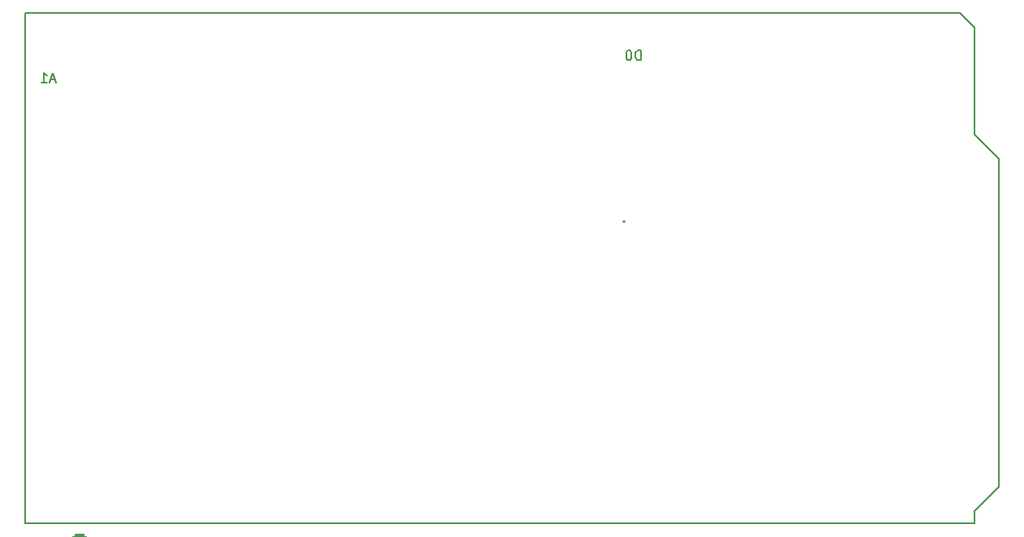
<source format=gbo>
%TF.GenerationSoftware,KiCad,Pcbnew,7.0.7*%
%TF.CreationDate,2024-02-25T13:02:43-05:00*%
%TF.ProjectId,Rover Voltage Sense,526f7665-7220-4566-9f6c-746167652053,rev?*%
%TF.SameCoordinates,Original*%
%TF.FileFunction,Legend,Bot*%
%TF.FilePolarity,Positive*%
%FSLAX46Y46*%
G04 Gerber Fmt 4.6, Leading zero omitted, Abs format (unit mm)*
G04 Created by KiCad (PCBNEW 7.0.7) date 2024-02-25 13:02:43*
%MOMM*%
%LPD*%
G01*
G04 APERTURE LIST*
G04 Aperture macros list*
%AMRoundRect*
0 Rectangle with rounded corners*
0 $1 Rounding radius*
0 $2 $3 $4 $5 $6 $7 $8 $9 X,Y pos of 4 corners*
0 Add a 4 corners polygon primitive as box body*
4,1,4,$2,$3,$4,$5,$6,$7,$8,$9,$2,$3,0*
0 Add four circle primitives for the rounded corners*
1,1,$1+$1,$2,$3*
1,1,$1+$1,$4,$5*
1,1,$1+$1,$6,$7*
1,1,$1+$1,$8,$9*
0 Add four rect primitives between the rounded corners*
20,1,$1+$1,$2,$3,$4,$5,0*
20,1,$1+$1,$4,$5,$6,$7,0*
20,1,$1+$1,$6,$7,$8,$9,0*
20,1,$1+$1,$8,$9,$2,$3,0*%
G04 Aperture macros list end*
%ADD10C,0.150000*%
%ADD11C,3.200000*%
%ADD12O,1.727200X1.727200*%
%ADD13R,1.727200X1.727200*%
%ADD14C,1.000000*%
%ADD15RoundRect,0.250001X-0.499999X0.499999X-0.499999X-0.499999X0.499999X-0.499999X0.499999X0.499999X0*%
%ADD16C,1.500000*%
G04 APERTURE END LIST*
D10*
X36150685Y-32340904D02*
X35674495Y-32340904D01*
X36245923Y-32626619D02*
X35912590Y-31626619D01*
X35912590Y-31626619D02*
X35579257Y-32626619D01*
X34722114Y-32626619D02*
X35293542Y-32626619D01*
X35007828Y-32626619D02*
X35007828Y-31626619D01*
X35007828Y-31626619D02*
X35103066Y-31769476D01*
X35103066Y-31769476D02*
X35198304Y-31864714D01*
X35198304Y-31864714D02*
X35293542Y-31912333D01*
X95504000Y-47095580D02*
X95551619Y-47143200D01*
X95551619Y-47143200D02*
X95504000Y-47190819D01*
X95504000Y-47190819D02*
X95456381Y-47143200D01*
X95456381Y-47143200D02*
X95504000Y-47095580D01*
X95504000Y-47095580D02*
X95504000Y-47190819D01*
X97258094Y-30299819D02*
X97258094Y-29299819D01*
X97258094Y-29299819D02*
X97019999Y-29299819D01*
X97019999Y-29299819D02*
X96877142Y-29347438D01*
X96877142Y-29347438D02*
X96781904Y-29442676D01*
X96781904Y-29442676D02*
X96734285Y-29537914D01*
X96734285Y-29537914D02*
X96686666Y-29728390D01*
X96686666Y-29728390D02*
X96686666Y-29871247D01*
X96686666Y-29871247D02*
X96734285Y-30061723D01*
X96734285Y-30061723D02*
X96781904Y-30156961D01*
X96781904Y-30156961D02*
X96877142Y-30252200D01*
X96877142Y-30252200D02*
X97019999Y-30299819D01*
X97019999Y-30299819D02*
X97258094Y-30299819D01*
X96067618Y-29299819D02*
X95972380Y-29299819D01*
X95972380Y-29299819D02*
X95877142Y-29347438D01*
X95877142Y-29347438D02*
X95829523Y-29395057D01*
X95829523Y-29395057D02*
X95781904Y-29490295D01*
X95781904Y-29490295D02*
X95734285Y-29680771D01*
X95734285Y-29680771D02*
X95734285Y-29918866D01*
X95734285Y-29918866D02*
X95781904Y-30109342D01*
X95781904Y-30109342D02*
X95829523Y-30204580D01*
X95829523Y-30204580D02*
X95877142Y-30252200D01*
X95877142Y-30252200D02*
X95972380Y-30299819D01*
X95972380Y-30299819D02*
X96067618Y-30299819D01*
X96067618Y-30299819D02*
X96162856Y-30252200D01*
X96162856Y-30252200D02*
X96210475Y-30204580D01*
X96210475Y-30204580D02*
X96258094Y-30109342D01*
X96258094Y-30109342D02*
X96305713Y-29918866D01*
X96305713Y-29918866D02*
X96305713Y-29680771D01*
X96305713Y-29680771D02*
X96258094Y-29490295D01*
X96258094Y-29490295D02*
X96210475Y-29395057D01*
X96210475Y-29395057D02*
X96162856Y-29347438D01*
X96162856Y-29347438D02*
X96067618Y-29299819D01*
%TO.C,A1*%
X33020000Y-25400000D02*
X33020000Y-78740000D01*
X33020000Y-25400000D02*
X130556000Y-25400000D01*
X33020000Y-78740000D02*
X132080000Y-78740000D01*
X130556000Y-25400000D02*
X132080000Y-26924000D01*
X132080000Y-38100000D02*
X132080000Y-26924000D01*
X132080000Y-77470000D02*
X134620000Y-74930000D01*
X132080000Y-78740000D02*
X132080000Y-77470000D01*
X134620000Y-40640000D02*
X132080000Y-38100000D01*
X134620000Y-74930000D02*
X134620000Y-40640000D01*
%TD*%
%LPC*%
D11*
%TO.C,A1*%
X46990000Y-76200000D03*
X48260000Y-27940000D03*
D12*
X60960000Y-76200000D03*
D11*
X99060000Y-43180000D03*
X99060000Y-71120000D03*
X123190000Y-27940000D03*
X129540000Y-76200000D03*
D12*
X68580000Y-76200000D03*
X71120000Y-76200000D03*
X99187000Y-48260000D03*
X127000000Y-27940000D03*
X129540000Y-27940000D03*
X83820000Y-76200000D03*
X86360000Y-76200000D03*
X88900000Y-76200000D03*
X91440000Y-76200000D03*
X93980000Y-76200000D03*
X96520000Y-76200000D03*
X99060000Y-76200000D03*
X101600000Y-76200000D03*
X106680000Y-76200000D03*
X109220000Y-76200000D03*
X111760000Y-76200000D03*
X114300000Y-76200000D03*
X116840000Y-76200000D03*
X119380000Y-76200000D03*
X121920000Y-76200000D03*
X124460000Y-76200000D03*
X56896000Y-27940000D03*
X96520000Y-27940000D03*
X93980000Y-27940000D03*
X91440000Y-27940000D03*
X88900000Y-27940000D03*
X86360000Y-27940000D03*
X83820000Y-27940000D03*
X81280000Y-27940000D03*
X78740000Y-27940000D03*
X74676000Y-27940000D03*
X72136000Y-27940000D03*
X69596000Y-27940000D03*
X67056000Y-27940000D03*
X64516000Y-27940000D03*
X61976000Y-27940000D03*
X101600000Y-27940000D03*
X104140000Y-27940000D03*
X106680000Y-27940000D03*
X109220000Y-27940000D03*
X111760000Y-27940000D03*
X114300000Y-27940000D03*
X116840000Y-27940000D03*
X119380000Y-27940000D03*
X127000000Y-30480000D03*
X129540000Y-30480000D03*
X127000000Y-33020000D03*
X129540000Y-33020000D03*
X127000000Y-35560000D03*
X129540000Y-35560000D03*
X127000000Y-38100000D03*
X129540000Y-38100000D03*
X127000000Y-40640000D03*
X129540000Y-40640000D03*
X127000000Y-43180000D03*
X129540000Y-43180000D03*
X127000000Y-45720000D03*
X129540000Y-45720000D03*
X127000000Y-48260000D03*
X129540000Y-48260000D03*
X127000000Y-50800000D03*
X129540000Y-50800000D03*
X127000000Y-53340000D03*
X129540000Y-53340000D03*
X127000000Y-55880000D03*
X129540000Y-55880000D03*
X127000000Y-58420000D03*
X129540000Y-58420000D03*
X127000000Y-60960000D03*
X129540000Y-60960000D03*
X127000000Y-63500000D03*
X129540000Y-63500000D03*
X127000000Y-66040000D03*
X129540000Y-66040000D03*
X127000000Y-68580000D03*
X129540000Y-68580000D03*
D13*
X59436000Y-27940000D03*
X73660000Y-76200000D03*
X76200000Y-76200000D03*
X99187000Y-53340000D03*
X127000000Y-71120000D03*
X129540000Y-71120000D03*
D12*
X63500000Y-76200000D03*
X96647000Y-48260000D03*
X99187000Y-50800000D03*
X66040000Y-76200000D03*
X96647000Y-53340000D03*
X96647000Y-50800000D03*
X51816000Y-27940000D03*
X54356000Y-27940000D03*
X78740000Y-76200000D03*
%TD*%
D14*
%TO.C,J23*%
X34800000Y-77600000D03*
X34800000Y-83600000D03*
D15*
X38740000Y-80600000D03*
D16*
X35740000Y-80600000D03*
%TD*%
%LPD*%
M02*

</source>
